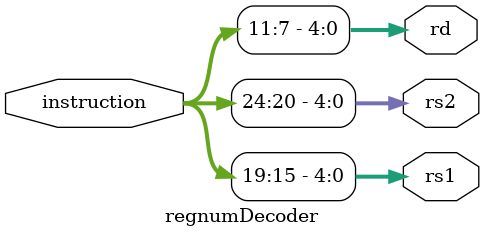
<source format=v>
/************************************************* 
 
Copyright:Call_Me_ZK

File name:regnumDecoder.v

Author:ZK
 
Date:2020-08-15
 
Description:

  从32位指令中解析出rs1, rs2, rd

**************************************************/

module regnumDecoder

	#(parameter inst_width = 32, num_width = 5)

(instruction, rs1, rs2, rd);
	
	input [inst_width-1:0] instruction;
	output [num_width-1:0] rs1, rs2, rd;
	
	assign rs1 = instruction[19:15];
	assign rs2 = instruction[24:20];
	assign rd = instruction[11:7];


endmodule
</source>
